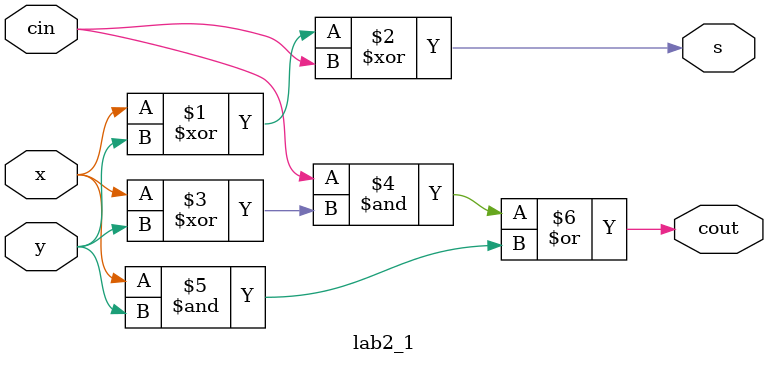
<source format=v>
`timescale 1ns / 1ps

module lab2_1 (input x,
           input y,
           input cin,
           output cout,
           output s
           );

assign s = x^y^cin;
assign cout =  (cin&(x^y)) | (x&y);

endmodule

</source>
